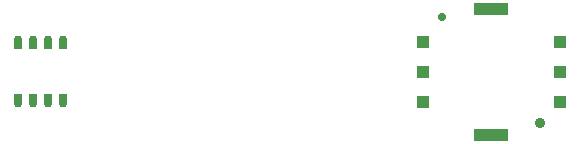
<source format=gts>
G75*
%MOIN*%
%OFA0B0*%
%FSLAX25Y25*%
%IPPOS*%
%LPD*%
%AMOC8*
5,1,8,0,0,1.08239X$1,22.5*
%
%ADD10R,0.04331X0.03937*%
%ADD11R,0.11811X0.03937*%
%ADD12C,0.02756*%
%ADD13C,0.03543*%
%ADD14C,0.03012*%
%ADD15R,0.02992X0.03150*%
D10*
X0192215Y0056000D03*
X0192215Y0066000D03*
X0192215Y0076000D03*
X0237885Y0076000D03*
X0237885Y0066000D03*
X0237885Y0056000D03*
D11*
X0215050Y0045134D03*
X0215050Y0086866D03*
D12*
X0198711Y0084307D03*
D13*
X0231389Y0048874D03*
D14*
X0057476Y0055667D03*
X0062476Y0055667D03*
X0067476Y0055667D03*
X0072476Y0055667D03*
X0072476Y0076533D03*
X0067476Y0076533D03*
X0062476Y0076533D03*
X0057476Y0076533D03*
D15*
X0057430Y0074939D03*
X0062469Y0074939D03*
X0067469Y0074939D03*
X0072469Y0074939D03*
X0067469Y0057342D03*
X0062469Y0057261D03*
X0057469Y0057261D03*
X0072469Y0057261D03*
M02*

</source>
